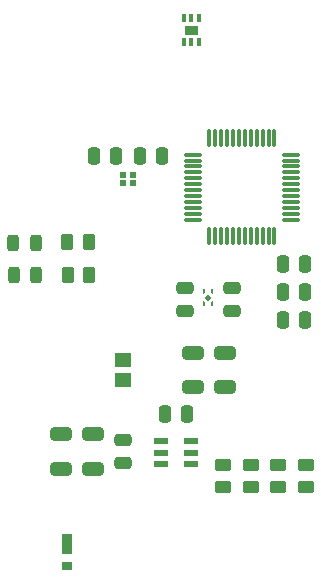
<source format=gtp>
%TF.GenerationSoftware,KiCad,Pcbnew,9.0.4*%
%TF.CreationDate,2025-12-21T19:05:22-05:00*%
%TF.ProjectId,esc,6573632e-6b69-4636-9164-5f7063625858,rev?*%
%TF.SameCoordinates,Original*%
%TF.FileFunction,Paste,Top*%
%TF.FilePolarity,Positive*%
%FSLAX46Y46*%
G04 Gerber Fmt 4.6, Leading zero omitted, Abs format (unit mm)*
G04 Created by KiCad (PCBNEW 9.0.4) date 2025-12-21 19:05:22*
%MOMM*%
%LPD*%
G01*
G04 APERTURE LIST*
G04 Aperture macros list*
%AMRoundRect*
0 Rectangle with rounded corners*
0 $1 Rounding radius*
0 $2 $3 $4 $5 $6 $7 $8 $9 X,Y pos of 4 corners*
0 Add a 4 corners polygon primitive as box body*
4,1,4,$2,$3,$4,$5,$6,$7,$8,$9,$2,$3,0*
0 Add four circle primitives for the rounded corners*
1,1,$1+$1,$2,$3*
1,1,$1+$1,$4,$5*
1,1,$1+$1,$6,$7*
1,1,$1+$1,$8,$9*
0 Add four rect primitives between the rounded corners*
20,1,$1+$1,$2,$3,$4,$5,0*
20,1,$1+$1,$4,$5,$6,$7,0*
20,1,$1+$1,$6,$7,$8,$9,0*
20,1,$1+$1,$8,$9,$2,$3,0*%
%AMFreePoly0*
4,1,6,0.180000,0.075000,0.000000,-0.105000,-0.220000,-0.105000,-0.220000,0.105000,0.180000,0.105000,0.180000,0.075000,0.180000,0.075000,$1*%
%AMFreePoly1*
4,1,6,0.180000,-0.075000,0.180000,-0.105000,-0.220000,-0.105000,-0.220000,0.105000,0.000000,0.105000,0.180000,-0.075000,0.180000,-0.075000,$1*%
%AMFreePoly2*
4,1,6,0.220000,-0.105000,0.000000,-0.105000,-0.180000,0.075000,-0.180000,0.105000,0.220000,0.105000,0.220000,-0.105000,0.220000,-0.105000,$1*%
%AMFreePoly3*
4,1,6,0.220000,-0.105000,-0.180000,-0.105000,-0.180000,-0.075000,0.000000,0.105000,0.220000,0.105000,0.220000,-0.105000,0.220000,-0.105000,$1*%
G04 Aperture macros list end*
%ADD10C,0.010000*%
%ADD11R,0.520000X0.470000*%
%ADD12FreePoly0,270.000000*%
%ADD13FreePoly1,270.000000*%
%ADD14FreePoly2,270.000000*%
%ADD15FreePoly3,270.000000*%
%ADD16RoundRect,0.112500X-0.159099X0.000000X0.000000X-0.159099X0.159099X0.000000X0.000000X0.159099X0*%
%ADD17RoundRect,0.250000X0.262500X0.450000X-0.262500X0.450000X-0.262500X-0.450000X0.262500X-0.450000X0*%
%ADD18RoundRect,0.243750X-0.243750X-0.456250X0.243750X-0.456250X0.243750X0.456250X-0.243750X0.456250X0*%
%ADD19RoundRect,0.073750X-0.551250X-0.221250X0.551250X-0.221250X0.551250X0.221250X-0.551250X0.221250X0*%
%ADD20RoundRect,0.250000X-0.250000X-0.475000X0.250000X-0.475000X0.250000X0.475000X-0.250000X0.475000X0*%
%ADD21RoundRect,0.250000X0.650000X-0.325000X0.650000X0.325000X-0.650000X0.325000X-0.650000X-0.325000X0*%
%ADD22RoundRect,0.250000X0.475000X-0.250000X0.475000X0.250000X-0.475000X0.250000X-0.475000X-0.250000X0*%
%ADD23RoundRect,0.250000X-0.450000X0.262500X-0.450000X-0.262500X0.450000X-0.262500X0.450000X0.262500X0*%
%ADD24R,1.470000X1.200000*%
%ADD25R,0.838200X1.803400*%
%ADD26R,0.838200X0.711200*%
%ADD27R,0.320000X0.660000*%
%ADD28RoundRect,0.250000X0.250000X0.475000X-0.250000X0.475000X-0.250000X-0.475000X0.250000X-0.475000X0*%
%ADD29RoundRect,0.250000X0.450000X-0.262500X0.450000X0.262500X-0.450000X0.262500X-0.450000X-0.262500X0*%
%ADD30RoundRect,0.250000X-0.650000X0.325000X-0.650000X-0.325000X0.650000X-0.325000X0.650000X0.325000X0*%
%ADD31RoundRect,0.075000X-0.662500X-0.075000X0.662500X-0.075000X0.662500X0.075000X-0.662500X0.075000X0*%
%ADD32RoundRect,0.075000X-0.075000X-0.662500X0.075000X-0.662500X0.075000X0.662500X-0.075000X0.662500X0*%
%ADD33RoundRect,0.250000X-0.475000X0.250000X-0.475000X-0.250000X0.475000X-0.250000X0.475000X0.250000X0*%
G04 APERTURE END LIST*
D10*
%TO.C,U4*%
X133056000Y-76291000D02*
X132044000Y-76291000D01*
X132044000Y-75659000D01*
X133056000Y-75659000D01*
X133056000Y-76291000D01*
G36*
X133056000Y-76291000D02*
G01*
X132044000Y-76291000D01*
X132044000Y-75659000D01*
X133056000Y-75659000D01*
X133056000Y-76291000D01*
G37*
%TD*%
D11*
%TO.C,Y1*%
X127612500Y-88925000D03*
X126792500Y-88925000D03*
X126792500Y-88255000D03*
X127612500Y-88255000D03*
%TD*%
D12*
%TO.C,U1*%
X134325000Y-98190000D03*
D13*
X133675000Y-98190000D03*
D14*
X134325000Y-99050000D03*
D15*
X133675000Y-99050000D03*
D16*
X134000000Y-98620000D03*
%TD*%
D17*
%TO.C,R19*%
X122087500Y-96750000D03*
X123912500Y-96750000D03*
%TD*%
%TO.C,R20*%
X122037500Y-93950000D03*
X123862500Y-93950000D03*
%TD*%
D18*
%TO.C,D6*%
X117500000Y-94000000D03*
X119375000Y-94000000D03*
%TD*%
%TO.C,D5*%
X117562500Y-96750000D03*
X119437500Y-96750000D03*
%TD*%
D19*
%TO.C,U3*%
X129995000Y-110800000D03*
X129995000Y-111750000D03*
X129995000Y-112700000D03*
X132505000Y-112700000D03*
X132505000Y-111750000D03*
X132505000Y-110800000D03*
%TD*%
D20*
%TO.C,C3*%
X140300000Y-98125000D03*
X142200000Y-98125000D03*
%TD*%
%TO.C,C14*%
X128212500Y-86675000D03*
X130112500Y-86675000D03*
%TD*%
D21*
%TO.C,C8*%
X124250000Y-113150000D03*
X124250000Y-110200000D03*
%TD*%
D22*
%TO.C,C4*%
X132000000Y-99750000D03*
X132000000Y-97850000D03*
%TD*%
D23*
%TO.C,R4*%
X142250000Y-114662500D03*
X142250000Y-112837500D03*
%TD*%
D24*
%TO.C,L1*%
X126750000Y-105610000D03*
X126750000Y-103890000D03*
%TD*%
D25*
%TO.C,D1*%
X122000000Y-119500000D03*
D26*
X122000000Y-121341500D03*
%TD*%
D27*
%TO.C,U4*%
X131900000Y-77000000D03*
X132550000Y-77000000D03*
X133200000Y-77000000D03*
X133200000Y-74950000D03*
X132550000Y-74950000D03*
X131900000Y-74950000D03*
%TD*%
D20*
%TO.C,C15*%
X124312500Y-86675000D03*
X126212500Y-86675000D03*
%TD*%
%TO.C,C1*%
X142200000Y-100500000D03*
X140300000Y-100500000D03*
%TD*%
D22*
%TO.C,C10*%
X126750000Y-110725000D03*
X126750000Y-112625000D03*
%TD*%
D21*
%TO.C,C7*%
X121500000Y-113150000D03*
X121500000Y-110200000D03*
%TD*%
D28*
%TO.C,C11*%
X132200000Y-108500000D03*
X130300000Y-108500000D03*
%TD*%
D29*
%TO.C,R6*%
X135250000Y-112837500D03*
X135250000Y-114662500D03*
%TD*%
D20*
%TO.C,C5*%
X142200000Y-95750000D03*
X140300000Y-95750000D03*
%TD*%
D30*
%TO.C,C12*%
X132691500Y-106225000D03*
X132691500Y-103275000D03*
%TD*%
D31*
%TO.C,U2*%
X132687500Y-86525000D03*
X132687500Y-87025000D03*
X132687500Y-87525000D03*
X132687500Y-88025000D03*
X132687500Y-88525000D03*
X132687500Y-89025000D03*
X132687500Y-89525000D03*
X132687500Y-90025000D03*
X132687500Y-90525000D03*
X132687500Y-91025000D03*
X132687500Y-91525000D03*
X132687500Y-92025000D03*
D32*
X134100000Y-93437500D03*
X134600000Y-93437500D03*
X135100000Y-93437500D03*
X135600000Y-93437500D03*
X136100000Y-93437500D03*
X136600000Y-93437500D03*
X137100000Y-93437500D03*
X137600000Y-93437500D03*
X138100000Y-93437500D03*
X138600000Y-93437500D03*
X139100000Y-93437500D03*
X139600000Y-93437500D03*
D31*
X141012500Y-92025000D03*
X141012500Y-91525000D03*
X141012500Y-91025000D03*
X141012500Y-90525000D03*
X141012500Y-90025000D03*
X141012500Y-89525000D03*
X141012500Y-89025000D03*
X141012500Y-88525000D03*
X141012500Y-88025000D03*
X141012500Y-87525000D03*
X141012500Y-87025000D03*
X141012500Y-86525000D03*
D32*
X139600000Y-85112500D03*
X139100000Y-85112500D03*
X138600000Y-85112500D03*
X138100000Y-85112500D03*
X137600000Y-85112500D03*
X137100000Y-85112500D03*
X136600000Y-85112500D03*
X136100000Y-85112500D03*
X135600000Y-85112500D03*
X135100000Y-85112500D03*
X134600000Y-85112500D03*
X134100000Y-85112500D03*
%TD*%
D30*
%TO.C,C13*%
X135400000Y-103275000D03*
X135400000Y-106225000D03*
%TD*%
D29*
%TO.C,R5*%
X137583333Y-114662500D03*
X137583333Y-112837500D03*
%TD*%
D23*
%TO.C,R3*%
X139916667Y-112837500D03*
X139916667Y-114662500D03*
%TD*%
D33*
%TO.C,C9*%
X136000000Y-97850000D03*
X136000000Y-99750000D03*
%TD*%
M02*

</source>
